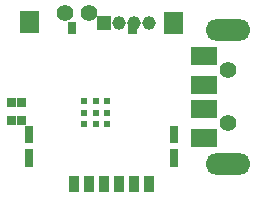
<source format=gbs>
G04 (created by PCBNEW (25-Oct-2014 BZR 4029)-stable) date Mon 27 Apr 2015 22:20:08 CEST*
%MOIN*%
G04 Gerber Fmt 3.4, Leading zero omitted, Abs format*
%FSLAX34Y34*%
G01*
G70*
G90*
G04 APERTURE LIST*
%ADD10C,0.00590551*%
%ADD11C,0.023811*%
%ADD12C,0.0551181*%
%ADD13C,0.0454646*%
%ADD14R,0.0454646X0.0454646*%
%ADD15O,0.1498X0.0711*%
%ADD16R,0.0907X0.0592*%
%ADD17C,0.0553*%
G04 APERTURE END LIST*
G54D10*
G36*
X-4623Y-627D02*
X-4326Y-627D01*
X-4326Y-944D01*
X-4623Y-944D01*
X-4623Y-627D01*
X-4623Y-627D01*
G37*
G36*
X-4623Y-27D02*
X-4326Y-27D01*
X-4326Y-344D01*
X-4623Y-344D01*
X-4623Y-27D01*
X-4623Y-27D01*
G37*
G36*
X-4303Y-627D02*
X-4006Y-627D01*
X-4006Y-944D01*
X-4303Y-944D01*
X-4303Y-627D01*
X-4303Y-627D01*
G37*
G36*
X-4303Y-27D02*
X-4006Y-27D01*
X-4006Y-344D01*
X-4303Y-344D01*
X-4303Y-27D01*
X-4303Y-27D01*
G37*
G54D11*
X-1673Y-531D03*
X-1279Y-531D03*
X-2067Y-531D03*
X-2067Y-137D03*
X-1673Y-137D03*
X-1279Y-137D03*
X-1279Y-925D03*
X-1673Y-925D03*
X-2067Y-925D03*
G54D10*
G36*
X-215Y-3190D02*
X-550Y-3190D01*
X-550Y-2659D01*
X-215Y-2659D01*
X-215Y-3190D01*
X-215Y-3190D01*
G37*
G36*
X276Y-3190D02*
X-58Y-3190D01*
X-58Y-2659D01*
X276Y-2659D01*
X276Y-3190D01*
X276Y-3190D01*
G37*
G36*
X-717Y-3190D02*
X-1052Y-3190D01*
X-1052Y-2659D01*
X-717Y-2659D01*
X-717Y-3190D01*
X-717Y-3190D01*
G37*
G36*
X-1219Y-3190D02*
X-1554Y-3190D01*
X-1554Y-2659D01*
X-1219Y-2659D01*
X-1219Y-3190D01*
X-1219Y-3190D01*
G37*
G36*
X-1721Y-3190D02*
X-2056Y-3190D01*
X-2056Y-2659D01*
X-1721Y-2659D01*
X-1721Y-3190D01*
X-1721Y-3190D01*
G37*
G36*
X-2223Y-3190D02*
X-2558Y-3190D01*
X-2558Y-2659D01*
X-2223Y-2659D01*
X-2223Y-3190D01*
X-2223Y-3190D01*
G37*
G36*
X1072Y-2344D02*
X817Y-2344D01*
X817Y-1753D01*
X1072Y-1753D01*
X1072Y-2344D01*
X1072Y-2344D01*
G37*
G36*
X1072Y-1556D02*
X817Y-1556D01*
X817Y-965D01*
X1072Y-965D01*
X1072Y-1556D01*
X1072Y-1556D01*
G37*
G36*
X-3769Y-1556D02*
X-4024Y-1556D01*
X-4024Y-965D01*
X-3769Y-965D01*
X-3769Y-1556D01*
X-3769Y-1556D01*
G37*
G36*
X-3769Y-2344D02*
X-4024Y-2344D01*
X-4024Y-1753D01*
X-3769Y-1753D01*
X-3769Y-2344D01*
X-3769Y-2344D01*
G37*
G36*
X1240Y2085D02*
X611Y2085D01*
X611Y2832D01*
X1240Y2832D01*
X1240Y2085D01*
X1240Y2085D01*
G37*
G36*
X-3562Y2125D02*
X-4191Y2125D01*
X-4191Y2872D01*
X-3562Y2872D01*
X-3562Y2125D01*
X-3562Y2125D01*
G37*
G36*
X-306Y2105D02*
X-597Y2105D01*
X-597Y2498D01*
X-306Y2498D01*
X-306Y2105D01*
X-306Y2105D01*
G37*
G36*
X-2314Y2105D02*
X-2605Y2105D01*
X-2605Y2498D01*
X-2314Y2498D01*
X-2314Y2105D01*
X-2314Y2105D01*
G37*
G54D12*
X-2677Y2793D03*
X-1889Y2793D03*
G54D13*
X-879Y2459D03*
X-379Y2459D03*
G54D14*
X-1379Y2459D03*
G54D13*
X120Y2459D03*
X-879Y2459D03*
X-379Y2459D03*
G54D14*
X-1379Y2459D03*
G54D13*
X120Y2459D03*
G54D12*
X-2677Y2793D03*
X-1889Y2793D03*
G54D10*
G36*
X-215Y-3190D02*
X-550Y-3190D01*
X-550Y-2659D01*
X-215Y-2659D01*
X-215Y-3190D01*
X-215Y-3190D01*
G37*
G36*
X276Y-3190D02*
X-58Y-3190D01*
X-58Y-2659D01*
X276Y-2659D01*
X276Y-3190D01*
X276Y-3190D01*
G37*
G36*
X-717Y-3190D02*
X-1052Y-3190D01*
X-1052Y-2659D01*
X-717Y-2659D01*
X-717Y-3190D01*
X-717Y-3190D01*
G37*
G36*
X-1219Y-3190D02*
X-1554Y-3190D01*
X-1554Y-2659D01*
X-1219Y-2659D01*
X-1219Y-3190D01*
X-1219Y-3190D01*
G37*
G36*
X-1721Y-3190D02*
X-2056Y-3190D01*
X-2056Y-2659D01*
X-1721Y-2659D01*
X-1721Y-3190D01*
X-1721Y-3190D01*
G37*
G36*
X-2223Y-3190D02*
X-2558Y-3190D01*
X-2558Y-2659D01*
X-2223Y-2659D01*
X-2223Y-3190D01*
X-2223Y-3190D01*
G37*
G36*
X1072Y-2344D02*
X817Y-2344D01*
X817Y-1753D01*
X1072Y-1753D01*
X1072Y-2344D01*
X1072Y-2344D01*
G37*
G36*
X1072Y-1556D02*
X817Y-1556D01*
X817Y-965D01*
X1072Y-965D01*
X1072Y-1556D01*
X1072Y-1556D01*
G37*
G36*
X-3769Y-1556D02*
X-4024Y-1556D01*
X-4024Y-965D01*
X-3769Y-965D01*
X-3769Y-1556D01*
X-3769Y-1556D01*
G37*
G36*
X-3769Y-2344D02*
X-4024Y-2344D01*
X-4024Y-1753D01*
X-3769Y-1753D01*
X-3769Y-2344D01*
X-3769Y-2344D01*
G37*
G36*
X1240Y2085D02*
X611Y2085D01*
X611Y2832D01*
X1240Y2832D01*
X1240Y2085D01*
X1240Y2085D01*
G37*
G36*
X-3562Y2125D02*
X-4191Y2125D01*
X-4191Y2872D01*
X-3562Y2872D01*
X-3562Y2125D01*
X-3562Y2125D01*
G37*
G36*
X-306Y2105D02*
X-597Y2105D01*
X-597Y2498D01*
X-306Y2498D01*
X-306Y2105D01*
X-306Y2105D01*
G37*
G36*
X-2314Y2105D02*
X-2605Y2105D01*
X-2605Y2498D01*
X-2314Y2498D01*
X-2314Y2105D01*
X-2314Y2105D01*
G37*
G54D11*
X-1673Y-531D03*
X-1279Y-531D03*
X-2067Y-531D03*
X-2067Y-137D03*
X-1673Y-137D03*
X-1279Y-137D03*
X-1279Y-925D03*
X-1673Y-925D03*
X-2067Y-925D03*
G54D10*
G36*
X-4623Y-627D02*
X-4326Y-627D01*
X-4326Y-944D01*
X-4623Y-944D01*
X-4623Y-627D01*
X-4623Y-627D01*
G37*
G36*
X-4623Y-27D02*
X-4326Y-27D01*
X-4326Y-344D01*
X-4623Y-344D01*
X-4623Y-27D01*
X-4623Y-27D01*
G37*
G36*
X-4303Y-627D02*
X-4006Y-627D01*
X-4006Y-944D01*
X-4303Y-944D01*
X-4303Y-627D01*
X-4303Y-627D01*
G37*
G36*
X-4303Y-27D02*
X-4006Y-27D01*
X-4006Y-344D01*
X-4303Y-344D01*
X-4303Y-27D01*
X-4303Y-27D01*
G37*
G54D15*
X2755Y2237D03*
X2755Y-2250D03*
G54D16*
X1928Y-400D03*
X1928Y393D03*
X1928Y-1384D03*
X1928Y1371D03*
G54D17*
X2755Y-892D03*
X2755Y879D03*
M02*

</source>
